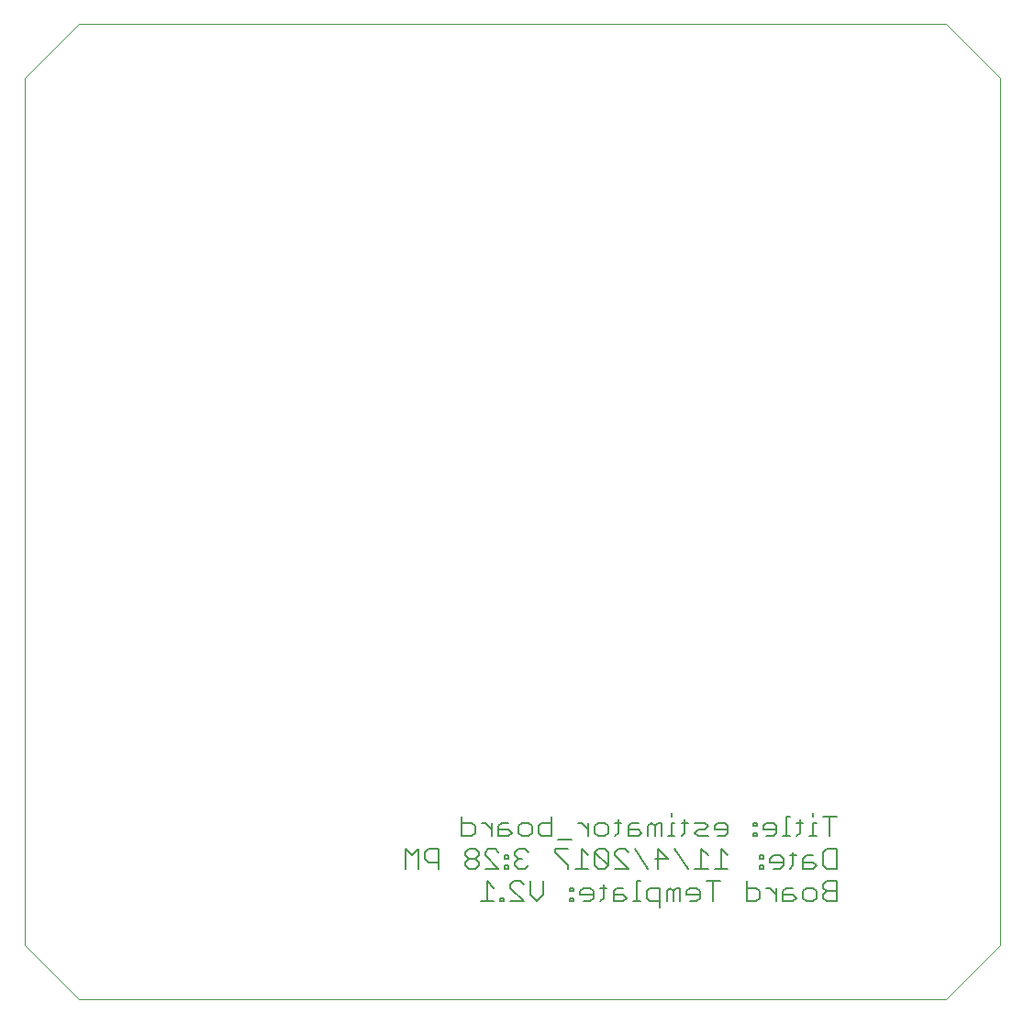
<source format=gbo>
G75*
%MOIN*%
%OFA0B0*%
%FSLAX25Y25*%
%IPPOS*%
%LPD*%
%AMOC8*
5,1,8,0,0,1.08239X$1,22.5*
%
%ADD10C,0.00000*%
%ADD11C,0.00600*%
D10*
X0015180Y0026678D02*
X0015180Y0341638D01*
X0034865Y0361323D01*
X0349825Y0361323D01*
X0369510Y0341638D01*
X0369510Y0026678D01*
X0349825Y0006993D01*
X0034865Y0006993D01*
X0015180Y0026678D01*
D11*
X0153552Y0054537D02*
X0153552Y0061817D01*
X0155979Y0059390D01*
X0158406Y0061817D01*
X0158406Y0054537D01*
X0162016Y0056963D02*
X0160802Y0058177D01*
X0160802Y0060604D01*
X0162016Y0061817D01*
X0165656Y0061817D01*
X0165656Y0054537D01*
X0165656Y0056963D02*
X0162016Y0056963D01*
X0175303Y0056963D02*
X0175303Y0055750D01*
X0176516Y0054537D01*
X0178943Y0054537D01*
X0180157Y0055750D01*
X0180157Y0056963D01*
X0178943Y0058177D01*
X0176516Y0058177D01*
X0175303Y0056963D01*
X0176516Y0058177D02*
X0175303Y0059390D01*
X0175303Y0060604D01*
X0176516Y0061817D01*
X0178943Y0061817D01*
X0180157Y0060604D01*
X0180157Y0059390D01*
X0178943Y0058177D01*
X0182553Y0059390D02*
X0182553Y0060604D01*
X0183767Y0061817D01*
X0186193Y0061817D01*
X0187407Y0060604D01*
X0189819Y0059390D02*
X0189819Y0058177D01*
X0191032Y0058177D01*
X0191032Y0059390D01*
X0189819Y0059390D01*
X0193429Y0059390D02*
X0194642Y0058177D01*
X0193429Y0056963D01*
X0193429Y0055750D01*
X0194642Y0054537D01*
X0197069Y0054537D01*
X0198282Y0055750D01*
X0195855Y0058177D02*
X0194642Y0058177D01*
X0193429Y0059390D02*
X0193429Y0060604D01*
X0194642Y0061817D01*
X0197069Y0061817D01*
X0198282Y0060604D01*
X0198277Y0066348D02*
X0195850Y0066348D01*
X0194637Y0067561D01*
X0194637Y0069988D01*
X0195850Y0071201D01*
X0198277Y0071201D01*
X0199491Y0069988D01*
X0199491Y0067561D01*
X0198277Y0066348D01*
X0201887Y0067561D02*
X0201887Y0069988D01*
X0203101Y0071201D01*
X0206741Y0071201D01*
X0206741Y0073628D02*
X0206741Y0066348D01*
X0203101Y0066348D01*
X0201887Y0067561D01*
X0209138Y0065134D02*
X0213991Y0065134D01*
X0212783Y0061817D02*
X0207929Y0061817D01*
X0207929Y0060604D01*
X0212783Y0055750D01*
X0212783Y0054537D01*
X0215180Y0054537D02*
X0220033Y0054537D01*
X0217606Y0054537D02*
X0217606Y0061817D01*
X0220033Y0059390D01*
X0222430Y0060604D02*
X0227283Y0055750D01*
X0226070Y0054537D01*
X0223643Y0054537D01*
X0222430Y0055750D01*
X0222430Y0060604D01*
X0223643Y0061817D01*
X0226070Y0061817D01*
X0227283Y0060604D01*
X0227283Y0055750D01*
X0229680Y0054537D02*
X0234534Y0054537D01*
X0229680Y0059390D01*
X0229680Y0060604D01*
X0230894Y0061817D01*
X0233320Y0061817D01*
X0234534Y0060604D01*
X0236930Y0061817D02*
X0241784Y0054537D01*
X0245394Y0054537D02*
X0245394Y0061817D01*
X0249034Y0058177D01*
X0244181Y0058177D01*
X0251431Y0061817D02*
X0256284Y0054537D01*
X0258681Y0054537D02*
X0263535Y0054537D01*
X0265932Y0054537D02*
X0270785Y0054537D01*
X0268358Y0054537D02*
X0268358Y0061817D01*
X0270785Y0059390D01*
X0269572Y0066348D02*
X0267145Y0066348D01*
X0269572Y0066348D02*
X0270785Y0067561D01*
X0270785Y0069988D01*
X0269572Y0071201D01*
X0267145Y0071201D01*
X0265932Y0069988D01*
X0265932Y0068774D01*
X0270785Y0068774D01*
X0263535Y0069988D02*
X0262321Y0068774D01*
X0259895Y0068774D01*
X0258681Y0067561D01*
X0259895Y0066348D01*
X0263535Y0066348D01*
X0263535Y0069988D02*
X0262321Y0071201D01*
X0258681Y0071201D01*
X0256284Y0071201D02*
X0253858Y0071201D01*
X0255071Y0072415D02*
X0255071Y0067561D01*
X0253858Y0066348D01*
X0251451Y0066348D02*
X0249024Y0066348D01*
X0250238Y0066348D02*
X0250238Y0071201D01*
X0251451Y0071201D01*
X0250238Y0073628D02*
X0250238Y0074841D01*
X0246617Y0071201D02*
X0245404Y0071201D01*
X0244191Y0069988D01*
X0242977Y0071201D01*
X0241764Y0069988D01*
X0241764Y0066348D01*
X0244191Y0066348D02*
X0244191Y0069988D01*
X0246617Y0071201D02*
X0246617Y0066348D01*
X0239367Y0067561D02*
X0238154Y0068774D01*
X0234514Y0068774D01*
X0234514Y0069988D02*
X0234514Y0066348D01*
X0238154Y0066348D01*
X0239367Y0067561D01*
X0238154Y0071201D02*
X0235727Y0071201D01*
X0234514Y0069988D01*
X0232117Y0071201D02*
X0229690Y0071201D01*
X0230903Y0072415D02*
X0230903Y0067561D01*
X0229690Y0066348D01*
X0227283Y0067561D02*
X0226070Y0066348D01*
X0223643Y0066348D01*
X0222430Y0067561D01*
X0222430Y0069988D01*
X0223643Y0071201D01*
X0226070Y0071201D01*
X0227283Y0069988D01*
X0227283Y0067561D01*
X0220033Y0066348D02*
X0220033Y0071201D01*
X0220033Y0068774D02*
X0217606Y0071201D01*
X0216393Y0071201D01*
X0203818Y0050006D02*
X0203818Y0045152D01*
X0201391Y0042726D01*
X0198964Y0045152D01*
X0198964Y0050006D01*
X0196567Y0048793D02*
X0195354Y0050006D01*
X0192927Y0050006D01*
X0191714Y0048793D01*
X0191714Y0047579D01*
X0196567Y0042726D01*
X0191714Y0042726D01*
X0189317Y0042726D02*
X0188104Y0042726D01*
X0188104Y0043939D01*
X0189317Y0043939D01*
X0189317Y0042726D01*
X0185692Y0042726D02*
X0180838Y0042726D01*
X0183265Y0042726D02*
X0183265Y0050006D01*
X0185692Y0047579D01*
X0187407Y0054537D02*
X0182553Y0054537D01*
X0182553Y0059390D02*
X0187407Y0054537D01*
X0189819Y0054537D02*
X0191032Y0054537D01*
X0191032Y0055750D01*
X0189819Y0055750D01*
X0189819Y0054537D01*
X0191027Y0066348D02*
X0187387Y0066348D01*
X0187387Y0069988D01*
X0188600Y0071201D01*
X0191027Y0071201D01*
X0191027Y0068774D02*
X0187387Y0068774D01*
X0184990Y0068774D02*
X0182563Y0071201D01*
X0181350Y0071201D01*
X0178948Y0069988D02*
X0177735Y0071201D01*
X0174095Y0071201D01*
X0174095Y0073628D02*
X0174095Y0066348D01*
X0177735Y0066348D01*
X0178948Y0067561D01*
X0178948Y0069988D01*
X0184990Y0071201D02*
X0184990Y0066348D01*
X0191027Y0066348D02*
X0192240Y0067561D01*
X0191027Y0068774D01*
X0213480Y0047579D02*
X0213480Y0046366D01*
X0214693Y0046366D01*
X0214693Y0047579D01*
X0213480Y0047579D01*
X0213480Y0043939D02*
X0213480Y0042726D01*
X0214693Y0042726D01*
X0214693Y0043939D01*
X0213480Y0043939D01*
X0217090Y0045152D02*
X0217090Y0046366D01*
X0218303Y0047579D01*
X0220730Y0047579D01*
X0221943Y0046366D01*
X0221943Y0043939D01*
X0220730Y0042726D01*
X0218303Y0042726D01*
X0217090Y0045152D02*
X0221943Y0045152D01*
X0224350Y0042726D02*
X0225563Y0043939D01*
X0225563Y0048793D01*
X0226777Y0047579D02*
X0224350Y0047579D01*
X0229174Y0046366D02*
X0229174Y0042726D01*
X0232814Y0042726D01*
X0234027Y0043939D01*
X0232814Y0045152D01*
X0229174Y0045152D01*
X0229174Y0046366D02*
X0230387Y0047579D01*
X0232814Y0047579D01*
X0237647Y0050006D02*
X0237647Y0042726D01*
X0236434Y0042726D02*
X0238861Y0042726D01*
X0241257Y0043939D02*
X0242471Y0042726D01*
X0246111Y0042726D01*
X0248508Y0042726D02*
X0248508Y0046366D01*
X0249721Y0047579D01*
X0250934Y0046366D01*
X0250934Y0042726D01*
X0253361Y0042726D02*
X0253361Y0047579D01*
X0252148Y0047579D01*
X0250934Y0046366D01*
X0255758Y0046366D02*
X0255758Y0045152D01*
X0260612Y0045152D01*
X0260612Y0043939D02*
X0260612Y0046366D01*
X0259398Y0047579D01*
X0256971Y0047579D01*
X0255758Y0046366D01*
X0256971Y0042726D02*
X0259398Y0042726D01*
X0260612Y0043939D01*
X0265435Y0042726D02*
X0265435Y0050006D01*
X0267862Y0050006D02*
X0263008Y0050006D01*
X0261108Y0054537D02*
X0261108Y0061817D01*
X0263535Y0059390D01*
X0277509Y0050006D02*
X0277509Y0042726D01*
X0281149Y0042726D01*
X0282362Y0043939D01*
X0282362Y0046366D01*
X0281149Y0047579D01*
X0277509Y0047579D01*
X0284764Y0047579D02*
X0285978Y0047579D01*
X0288404Y0045152D01*
X0290801Y0045152D02*
X0294441Y0045152D01*
X0295655Y0043939D01*
X0294441Y0042726D01*
X0290801Y0042726D01*
X0290801Y0046366D01*
X0292014Y0047579D01*
X0294441Y0047579D01*
X0298051Y0046366D02*
X0298051Y0043939D01*
X0299265Y0042726D01*
X0301691Y0042726D01*
X0302905Y0043939D01*
X0302905Y0046366D01*
X0301691Y0047579D01*
X0299265Y0047579D01*
X0298051Y0046366D01*
X0305302Y0047579D02*
X0306515Y0046366D01*
X0310155Y0046366D01*
X0310155Y0050006D02*
X0306515Y0050006D01*
X0305302Y0048793D01*
X0305302Y0047579D01*
X0306515Y0046366D02*
X0305302Y0045152D01*
X0305302Y0043939D01*
X0306515Y0042726D01*
X0310155Y0042726D01*
X0310155Y0050006D01*
X0310155Y0054537D02*
X0306515Y0054537D01*
X0305302Y0055750D01*
X0305302Y0060604D01*
X0306515Y0061817D01*
X0310155Y0061817D01*
X0310155Y0054537D01*
X0302905Y0055750D02*
X0301691Y0056963D01*
X0298051Y0056963D01*
X0298051Y0058177D02*
X0298051Y0054537D01*
X0301691Y0054537D01*
X0302905Y0055750D01*
X0301691Y0059390D02*
X0299265Y0059390D01*
X0298051Y0058177D01*
X0295655Y0059390D02*
X0293228Y0059390D01*
X0294441Y0060604D02*
X0294441Y0055750D01*
X0293228Y0054537D01*
X0290821Y0055750D02*
X0290821Y0058177D01*
X0289608Y0059390D01*
X0287181Y0059390D01*
X0285968Y0058177D01*
X0285968Y0056963D01*
X0290821Y0056963D01*
X0290821Y0055750D02*
X0289608Y0054537D01*
X0287181Y0054537D01*
X0283571Y0054537D02*
X0283571Y0055750D01*
X0282357Y0055750D01*
X0282357Y0054537D01*
X0283571Y0054537D01*
X0283571Y0058177D02*
X0282357Y0058177D01*
X0282357Y0059390D01*
X0283571Y0059390D01*
X0283571Y0058177D01*
X0284764Y0066348D02*
X0287191Y0066348D01*
X0288404Y0067561D01*
X0288404Y0069988D01*
X0287191Y0071201D01*
X0284764Y0071201D01*
X0283551Y0069988D01*
X0283551Y0068774D01*
X0288404Y0068774D01*
X0290811Y0066348D02*
X0293238Y0066348D01*
X0292024Y0066348D02*
X0292024Y0073628D01*
X0293238Y0073628D01*
X0295645Y0071201D02*
X0298071Y0071201D01*
X0296858Y0072415D02*
X0296858Y0067561D01*
X0295645Y0066348D01*
X0300478Y0066348D02*
X0302905Y0066348D01*
X0301691Y0066348D02*
X0301691Y0071201D01*
X0302905Y0071201D01*
X0301691Y0073628D02*
X0301691Y0074841D01*
X0305302Y0073628D02*
X0310155Y0073628D01*
X0307728Y0073628D02*
X0307728Y0066348D01*
X0288404Y0047579D02*
X0288404Y0042726D01*
X0281154Y0066348D02*
X0281154Y0067561D01*
X0279941Y0067561D01*
X0279941Y0066348D01*
X0281154Y0066348D01*
X0281154Y0069988D02*
X0281154Y0071201D01*
X0279941Y0071201D01*
X0279941Y0069988D01*
X0281154Y0069988D01*
X0246111Y0047579D02*
X0246111Y0040299D01*
X0241257Y0043939D02*
X0241257Y0046366D01*
X0242471Y0047579D01*
X0246111Y0047579D01*
X0238861Y0050006D02*
X0237647Y0050006D01*
M02*

</source>
